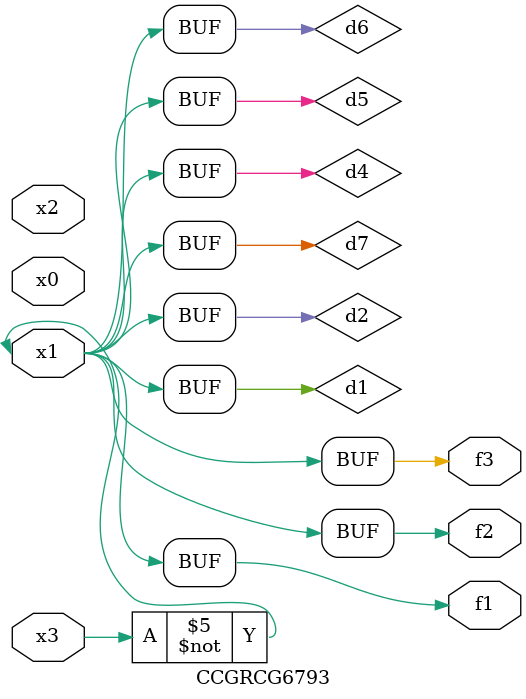
<source format=v>
module CCGRCG6793(
	input x0, x1, x2, x3,
	output f1, f2, f3
);

	wire d1, d2, d3, d4, d5, d6, d7;

	not (d1, x3);
	buf (d2, x1);
	xnor (d3, d1, d2);
	nor (d4, d1);
	buf (d5, d1, d2);
	buf (d6, d4, d5);
	nand (d7, d4);
	assign f1 = d6;
	assign f2 = d7;
	assign f3 = d6;
endmodule

</source>
